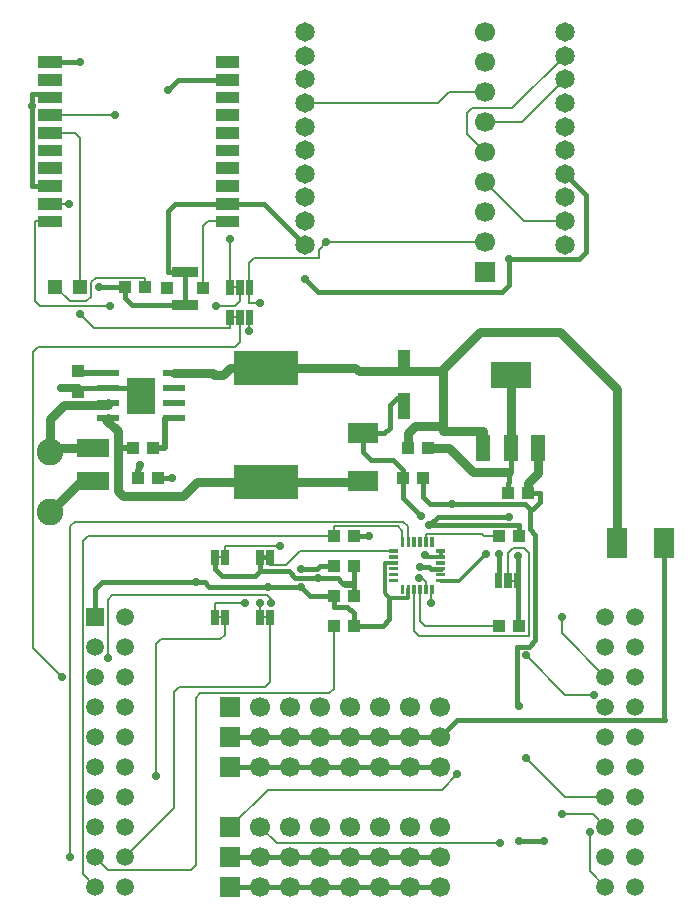
<source format=gbr>
G04 DipTrace 2.4.0.2*
%INTop.gbr*%
%MOIN*%
%ADD13C,0.0118*%
%ADD14C,0.015*%
%ADD15C,0.03*%
%ADD16C,0.008*%
%ADD17C,0.025*%
%ADD18C,0.02*%
%ADD24R,0.0433X0.0394*%
%ADD25R,0.0394X0.0433*%
%ADD26R,0.0394X0.0886*%
%ADD27R,0.1063X0.063*%
%ADD28R,0.0984X0.0669*%
%ADD29R,0.0669X0.0984*%
%ADD30R,0.0669X0.0669*%
%ADD31C,0.0669*%
%ADD32C,0.089*%
%ADD35R,0.2126X0.1142*%
%ADD38R,0.0752X0.024*%
%ADD39R,0.0949X0.122*%
%ADD40R,0.0472X0.0866*%
%ADD41R,0.1339X0.0866*%
%ADD42C,0.065*%
%ADD44R,0.0591X0.0591*%
%ADD45C,0.0591*%
%ADD46C,0.0591*%
%ADD47C,0.028*%
%FSLAX44Y44*%
G04*
G70*
G90*
G75*
G01*
%LNTop*%
%LPD*%
X19452Y15546D2*
D13*
X18565Y14659D1*
X17958D1*
X16875Y14364D2*
Y14067D1*
X16246D1*
X16086Y14227D1*
Y15249D1*
X16383D1*
X6444Y13456D2*
D14*
Y14371D1*
X6670Y14597D1*
X9805D1*
X21189Y19065D2*
D15*
Y18228D1*
X20878Y17917D1*
Y17565D1*
X13285Y15047D2*
D14*
X13827D1*
X13923Y15143D1*
X14383D1*
X15564Y16143D2*
X15052D1*
X21383Y5980D2*
X20556D1*
X20878Y17565D2*
X21250D1*
Y17267D1*
X21020Y17037D1*
X20924D1*
X20764Y17197D1*
X18335D1*
X5940Y31940D2*
X4942D1*
Y31943D1*
X19883Y15546D2*
Y14643D1*
X15052Y13143D2*
X16016D1*
X16246Y13373D1*
Y14067D1*
X14383Y14143D2*
Y13791D1*
X14822D1*
X15052Y13561D1*
Y13143D1*
X13285Y14457D2*
X13599Y14143D1*
X14383D1*
X12200Y14457D2*
X13285D1*
X9805Y14597D2*
X10100D1*
X10240Y14457D1*
X12200D1*
X18335Y17197D2*
X17608D1*
X17378Y17427D1*
Y18065D1*
X20924Y17037D2*
Y16360D1*
X21113Y16170D1*
Y12685D1*
X20883Y12455D1*
X20491D1*
Y10550D1*
X20556Y10485D1*
X9065Y21565D2*
D15*
X10357D1*
X10412Y21510D1*
X12127Y21759D2*
X15108D1*
X15239Y21627D1*
X16728D1*
X17953D1*
X19266Y22940D1*
X21940D1*
X23821Y21059D1*
Y15893D1*
X16878Y19065D2*
Y19583D1*
X17108Y19813D1*
X18044D1*
Y21627D1*
X17953D1*
X16728D2*
D14*
Y21925D1*
X18044Y19813D2*
D15*
Y19653D1*
X19378D1*
Y19065D1*
X10412Y21510D2*
X10698D1*
X10946Y21759D1*
X12127D1*
X19444Y27936D2*
D16*
X20740Y26640D1*
X22105D1*
X5940Y24440D2*
Y29418D1*
X5777Y29581D1*
X4942D1*
X16383Y15643D2*
X13252D1*
X12799Y15190D1*
X12260D1*
Y15440D1*
X17311Y16815D2*
D14*
X16709Y17416D1*
Y18065D1*
X5878Y20958D2*
D17*
Y21065D1*
X5315D1*
X17270Y15109D2*
D14*
X17565D1*
X17622Y15053D1*
X17958D1*
Y15643D2*
D13*
Y15446D1*
X13440Y24705D2*
D14*
X13880Y24265D1*
X19995D1*
X20225Y24495D1*
Y25374D1*
X6556Y24440D2*
X7440D1*
X15052Y14143D2*
Y14495D1*
X14778D1*
X14681Y14592D1*
X15052D1*
Y15143D1*
X14681Y14592D2*
X14521Y14752D1*
X13875D1*
X20552Y16143D2*
Y16495D1*
X17565D1*
X8875Y31023D2*
X9205Y31353D1*
X10847D1*
X8984Y18065D2*
X8548D1*
X20284Y21506D2*
D15*
Y19065D1*
X20523Y15479D2*
D14*
Y14643D1*
X20225Y18277D2*
Y17933D1*
X20209Y17917D1*
Y17565D1*
X13875Y14752D2*
X13097D1*
X12884Y14965D1*
X11940D1*
X11780Y14805D1*
X10670D1*
X10440Y15035D1*
Y15440D1*
X17940Y4440D2*
X16940D1*
X10940Y8440D2*
X11940D1*
X15378Y19565D2*
X16065D1*
X16253Y19753D1*
Y20503D1*
X16502Y20752D1*
X16728D1*
Y20488D1*
X16709Y18065D2*
Y18359D1*
X16378Y18690D1*
X15627D1*
X15378Y18939D1*
Y19565D1*
X6876Y21065D2*
X7503D1*
X7753Y20815D1*
X7971D1*
X5315Y21065D2*
X6876D1*
X17958Y15446D2*
D13*
X17446D1*
Y15518D1*
X20225Y25374D2*
D14*
X22581D1*
X22811Y25604D1*
Y27508D1*
X22105Y28215D1*
X10847Y27219D2*
X12077D1*
X13444Y25852D1*
X9440Y24940D2*
X8852D1*
Y26986D1*
X9085Y27219D1*
X10847D1*
X9440Y23857D2*
Y24940D1*
X7440Y24440D2*
Y24087D1*
X7670Y23857D1*
X9440D1*
X4326Y30464D2*
Y27809D1*
X4942D1*
Y30762D2*
Y30881D1*
X4326D1*
Y30464D1*
X11940Y14965D2*
Y15440D1*
X17565Y16495D2*
X17860Y16790D1*
X20225D1*
Y18277D2*
D15*
X19024D1*
X18236Y19065D1*
X17548D1*
X20284D2*
D14*
Y18336D1*
X20225Y18277D1*
X20523Y14643D2*
Y13143D1*
X20552D1*
X4944Y16936D2*
D15*
X5972Y17963D1*
X6378D1*
X11940Y4440D2*
D14*
X10940D1*
X12940D2*
X11940D1*
X13940D2*
X12940D1*
X14940D2*
X13940D1*
X15940D2*
X14940D1*
X16940D2*
X15940D1*
X16940Y8440D2*
X17940D1*
X15940D2*
X16940D1*
X14940D2*
X15940D1*
X13940D2*
X14940D1*
X12940D2*
X13940D1*
X11940D2*
X12940D1*
X11940Y15440D2*
X12260D1*
X10440D2*
D16*
X10760D1*
X12605Y15810D2*
X10760D1*
Y15440D1*
X17223Y14741D2*
X17326D1*
X17466Y14601D1*
Y14364D1*
X17072D2*
Y12986D1*
X17232Y12826D1*
X20889D1*
Y15579D1*
X20729Y15739D1*
X20363D1*
X20203Y15579D1*
Y14643D1*
X20523D1*
X20809Y8744D2*
X22098Y7456D1*
X23444D1*
X18495Y8197D2*
X17987Y7690D1*
X12190D1*
X10940Y6440D1*
X22925Y6275D2*
Y4975D1*
X23444Y4456D1*
X19934Y5895D2*
X12485D1*
X11940Y6440D1*
X21998Y6861D2*
X23039D1*
X23444Y6456D1*
X17643Y13910D2*
Y14303D1*
X17662Y14322D1*
Y14364D1*
X6855Y12076D2*
Y14010D1*
X7015Y14170D1*
X12160D1*
X12300Y14030D1*
Y13910D1*
X5605Y5440D2*
Y16460D1*
X5765Y16620D1*
X16715D1*
X16875Y16460D1*
Y15938D1*
X6444Y5456D2*
X6875Y5025D1*
X9628D1*
X9788Y5185D1*
Y10735D1*
X9948Y10895D1*
X14223D1*
X14383Y11055D1*
Y13143D1*
X6444Y4456D2*
X6025Y4875D1*
Y15983D1*
X6185Y16143D1*
X14383D1*
Y16460D1*
X16518D1*
X16678Y16300D1*
Y15938D1*
X10040Y24399D2*
Y26465D1*
X10204Y26628D1*
X10847D1*
X12127Y17940D2*
D15*
X9839D1*
X9367Y17468D1*
X7370D1*
X7190Y17648D1*
Y19065D1*
Y19645D1*
X6810Y20025D1*
X6876D1*
Y20065D1*
X15378Y17990D2*
X15312Y17940D1*
X12127D1*
X15378Y17990D2*
D18*
X15362D1*
X15312Y17940D1*
X15378Y17990D1*
X7709Y19065D2*
X7190D1*
X10940Y9440D2*
D14*
X11940D1*
X17940Y5440D2*
X16940D1*
X17940Y9440D2*
X18502Y10002D1*
X25420D1*
X25396Y10027D1*
Y15893D1*
X16940Y9440D2*
X17940D1*
X15940D2*
X16940D1*
X14940D2*
X15940D1*
X13940D2*
X14940D1*
X12940D2*
X13940D1*
X11940D2*
X12940D1*
X11940Y5440D2*
X10940D1*
X12940D2*
X11940D1*
X13940D2*
X12940D1*
X14940D2*
X13940D1*
X15940D2*
X14940D1*
X16940D2*
X15940D1*
X5113Y24440D2*
D16*
X5593Y23960D1*
X6136D1*
X6296Y24120D1*
Y24597D1*
X6456Y24757D1*
X8109D1*
Y24440D1*
X17269Y14364D2*
Y13303D1*
X17429Y13143D1*
X19883D1*
Y16143D2*
X19404D1*
X19331Y16216D1*
X17466D1*
Y15938D1*
X6921Y23800D2*
X4586D1*
X4426Y23960D1*
Y26628D1*
X4942D1*
X5554Y27216D2*
X4942D1*
Y27219D1*
X7104Y30168D2*
X4942D1*
Y30171D1*
X8378Y19065D2*
D18*
X8775D1*
Y20065D1*
X9065D1*
X4944Y18936D2*
D15*
Y19065D1*
X6378D1*
X6876Y20565D2*
Y20499D1*
X5385D1*
X4944Y20059D1*
Y18936D1*
X7940Y18502D2*
D18*
Y18404D1*
X7878Y18342D1*
Y18065D1*
X5878Y21627D2*
X5940D1*
X5878Y21565D1*
X6876D1*
X10467Y23810D2*
D16*
X11100D1*
X11260Y23970D1*
Y24440D1*
X10940D1*
Y26048D2*
Y24440D1*
X7444Y5456D2*
X9077Y7088D1*
Y10941D1*
X9237Y11101D1*
X12100D1*
X12260Y11261D1*
Y13440D1*
X11940Y23910D2*
X11580D1*
Y24440D1*
X11940Y13910D2*
Y13440D1*
X14145Y25940D2*
X19444D1*
Y25936D1*
X11580Y24440D2*
Y25249D1*
X11740Y25409D1*
X13885D1*
Y25680D1*
X14145Y25940D1*
X11940Y13440D2*
X12260D1*
X19444Y28936D2*
X18825Y29555D1*
Y30235D1*
X18985Y30395D1*
X20348D1*
X22105Y32152D1*
X19444Y29936D2*
X20677D1*
X22105Y31364D1*
X19444Y30936D2*
X18231D1*
X17872Y30577D1*
X13444D1*
X22003Y13440D2*
Y12898D1*
X23444Y11456D1*
X23076Y10855D2*
X22091D1*
X20786Y12160D1*
X5345Y11440D2*
X4375Y12410D1*
Y22290D1*
X4535Y22450D1*
X11100D1*
X11260Y22610D1*
Y23440D1*
X10940D1*
X5940Y23540D2*
X6410Y23070D1*
X10940D1*
Y23440D1*
X8468Y8145D2*
Y12535D1*
X8628Y12695D1*
X10600D1*
X10760Y12855D1*
Y13440D1*
X11580Y22970D2*
Y23440D1*
X11430Y13910D2*
X10440D1*
Y13440D1*
X10760D1*
D47*
X19452Y15546D3*
X13285Y15047D3*
X12200Y14457D3*
X15564Y16143D3*
X20556Y5980D3*
X21383D3*
X20556Y10485D3*
X5940Y31940D3*
X9805Y14597D3*
X19883Y15546D3*
X13285Y14457D3*
X18335Y17197D3*
X10412Y21510D3*
X17223Y14741D3*
X12605Y15810D3*
X17270Y15109D3*
X17446Y15518D3*
X17311Y16815D3*
X20225Y16790D3*
X8875Y31023D3*
X8984Y18065D3*
X13875Y14752D3*
X17565Y16495D3*
X13440Y24705D3*
X20225Y25374D3*
X4326Y30464D3*
X6556Y24440D3*
X20225Y18277D3*
X5315Y21065D3*
X20523Y15479D3*
X20809Y8744D3*
X18495Y8197D3*
X22925Y6275D3*
X19934Y5895D3*
X21998Y6861D3*
X17643Y13910D3*
X12300D3*
X6855Y12076D3*
X5605Y5440D3*
X6921Y23800D3*
X5554Y27216D3*
X7104Y30168D3*
X10467Y23810D3*
X5345Y11440D3*
X8468Y8145D3*
X7940Y18502D3*
X10940Y26048D3*
X14145Y25940D3*
X11940Y23910D3*
Y13910D3*
X22003Y13440D3*
X20786Y12160D3*
X23076Y10855D3*
X5940Y23540D3*
X11580Y22970D3*
X11430Y13910D3*
D24*
X19883Y13143D3*
X20552D3*
X19883Y16143D3*
X20552D3*
X14383Y15143D3*
X15052D3*
X14383Y14143D3*
X15052D3*
D26*
X16728Y20488D3*
Y21925D3*
D24*
X8378Y19065D3*
X7709D3*
D25*
X5878Y21628D3*
Y20958D3*
D24*
X7878Y18065D3*
X8548D3*
D27*
X6378Y19065D3*
Y17963D3*
D24*
X16878Y19065D3*
X17548D3*
X17378Y18065D3*
X16709D3*
X20878Y17565D3*
X20209D3*
D28*
X15378Y19565D3*
Y17990D3*
D29*
X23821Y15893D3*
X25396D3*
D30*
X10940Y9440D3*
D31*
X11940D3*
X12940D3*
X13940D3*
X14940D3*
X15940D3*
X16940D3*
X17940D3*
D30*
X10940Y8440D3*
D31*
X11940D3*
X12940D3*
X13940D3*
X14940D3*
X15940D3*
X16940D3*
X17940D3*
D30*
X10940Y10440D3*
D31*
X11940D3*
X12940D3*
X13940D3*
X14940D3*
X15940D3*
X16940D3*
X17940D3*
D30*
X19444Y24936D3*
D31*
Y25936D3*
Y26936D3*
Y27936D3*
Y28936D3*
Y29936D3*
Y30936D3*
Y31936D3*
Y32936D3*
D30*
X10940Y6440D3*
D31*
X11940D3*
X12940D3*
X13940D3*
X14940D3*
X15940D3*
X16940D3*
X17940D3*
D30*
X10940Y4440D3*
D31*
X11940D3*
X12940D3*
X13940D3*
X14940D3*
X15940D3*
X16940D3*
X17940D3*
D30*
X10940Y5440D3*
D31*
X11940D3*
X12940D3*
X13940D3*
X14940D3*
X15940D3*
X16940D3*
X17940D3*
D32*
X4944Y18936D3*
Y16936D3*
D35*
X12127Y17940D3*
Y21759D3*
G36*
X5704Y24676D2*
Y24204D1*
X6176D1*
Y24676D1*
X5704D1*
G37*
G36*
X4877D2*
Y24204D1*
X5349D1*
Y24676D1*
X4877D1*
G37*
D24*
X7440Y24440D3*
X8109D3*
X14383Y16143D3*
X15052D3*
X14383Y13143D3*
X15052D3*
G36*
X11455Y23190D2*
X11705D1*
Y23690D1*
X11455D1*
Y23190D1*
G37*
G36*
X11135D2*
X11385D1*
Y23690D1*
X11135D1*
Y23190D1*
G37*
G36*
X10815D2*
X11065D1*
Y23690D1*
X10815D1*
Y23190D1*
G37*
G36*
X20008Y14893D2*
X19758D1*
Y14393D1*
X20008D1*
Y14893D1*
G37*
G36*
X20328D2*
X20078D1*
Y14393D1*
X20328D1*
Y14893D1*
G37*
G36*
X20648D2*
X20398D1*
Y14393D1*
X20648D1*
Y14893D1*
G37*
G36*
X11455Y24190D2*
X11705D1*
Y24690D1*
X11455D1*
Y24190D1*
G37*
G36*
X11135D2*
X11385D1*
Y24690D1*
X11135D1*
Y24190D1*
G37*
G36*
X10815D2*
X11065D1*
Y24690D1*
X10815D1*
Y24190D1*
G37*
G36*
X12065Y15690D2*
X11815D1*
Y15190D1*
X12065D1*
Y15690D1*
G37*
G36*
X12385D2*
X12135D1*
Y15190D1*
X12385D1*
Y15690D1*
G37*
G36*
X10565D2*
X10315D1*
Y15190D1*
X10565D1*
Y15690D1*
G37*
G36*
X10885D2*
X10635D1*
Y15190D1*
X10885D1*
Y15690D1*
G37*
G36*
X10565Y13690D2*
X10315D1*
Y13190D1*
X10565D1*
Y13690D1*
G37*
G36*
X10885D2*
X10635D1*
Y13190D1*
X10885D1*
Y13690D1*
G37*
G36*
X12065D2*
X11815D1*
Y13190D1*
X12065D1*
Y13690D1*
G37*
G36*
X12385D2*
X12135D1*
Y13190D1*
X12385D1*
Y13690D1*
G37*
G36*
X9873Y25107D2*
X9007D1*
Y24773D1*
X9873D1*
Y25107D1*
G37*
G36*
Y24025D2*
X9007D1*
Y23690D1*
X9873D1*
Y24025D1*
G37*
G36*
X10247Y24596D2*
X9834D1*
Y24202D1*
X10247D1*
Y24596D1*
G37*
G36*
X9046D2*
X8633D1*
Y24202D1*
X9046D1*
Y24596D1*
G37*
G36*
X16225Y15584D2*
X16540D1*
Y15702D1*
X16225D1*
Y15584D1*
G37*
G36*
Y15387D2*
X16540D1*
Y15505D1*
X16225D1*
Y15387D1*
G37*
G36*
Y15190D2*
X16540D1*
Y15308D1*
X16225D1*
Y15190D1*
G37*
G36*
Y14994D2*
X16540D1*
Y15112D1*
X16225D1*
Y14994D1*
G37*
G36*
Y14797D2*
X16540D1*
Y14915D1*
X16225D1*
Y14797D1*
G37*
G36*
Y14600D2*
X16540D1*
Y14718D1*
X16225D1*
Y14600D1*
G37*
G36*
X16619Y14521D2*
Y14206D1*
X16737D1*
Y14521D1*
X16619D1*
G37*
G36*
X16816D2*
Y14206D1*
X16934D1*
Y14521D1*
X16816D1*
G37*
G36*
X17013D2*
Y14206D1*
X17131D1*
Y14521D1*
X17013D1*
G37*
G36*
X17210D2*
Y14206D1*
X17328D1*
Y14521D1*
X17210D1*
G37*
G36*
X17407D2*
Y14206D1*
X17525D1*
Y14521D1*
X17407D1*
G37*
G36*
X17603D2*
Y14206D1*
X17722D1*
Y14521D1*
X17603D1*
G37*
G36*
X18115Y14718D2*
X17800D1*
Y14600D1*
X18115D1*
Y14718D1*
G37*
G36*
Y14915D2*
X17800D1*
Y14797D1*
X18115D1*
Y14915D1*
G37*
G36*
Y15112D2*
X17800D1*
Y14994D1*
X18115D1*
Y15112D1*
G37*
G36*
Y15308D2*
X17800D1*
Y15190D1*
X18115D1*
Y15308D1*
G37*
G36*
Y15505D2*
X17800D1*
Y15387D1*
X18115D1*
Y15505D1*
G37*
G36*
Y15702D2*
X17800D1*
Y15584D1*
X18115D1*
Y15702D1*
G37*
G36*
X17722Y15781D2*
Y16096D1*
X17603D1*
Y15781D1*
X17722D1*
G37*
G36*
X17525D2*
Y16096D1*
X17407D1*
Y15781D1*
X17525D1*
G37*
G36*
X17328D2*
Y16096D1*
X17210D1*
Y15781D1*
X17328D1*
G37*
G36*
X17131D2*
Y16096D1*
X17013D1*
Y15781D1*
X17131D1*
G37*
G36*
X16934D2*
Y16096D1*
X16816D1*
Y15781D1*
X16934D1*
G37*
G36*
X16737D2*
Y16096D1*
X16619D1*
Y15781D1*
X16737D1*
G37*
G36*
X5335Y32140D2*
X4548D1*
Y31746D1*
X5335D1*
Y32140D1*
G37*
G36*
Y31549D2*
X4548D1*
Y31156D1*
X5335D1*
Y31549D1*
G37*
G36*
Y30959D2*
X4548D1*
Y30565D1*
X5335D1*
Y30959D1*
G37*
G36*
Y30368D2*
X4548D1*
Y29975D1*
X5335D1*
Y30368D1*
G37*
G36*
Y29778D2*
X4548D1*
Y29384D1*
X5335D1*
Y29778D1*
G37*
G36*
Y29187D2*
X4548D1*
Y28794D1*
X5335D1*
Y29187D1*
G37*
G36*
Y28597D2*
X4548D1*
Y28203D1*
X5335D1*
Y28597D1*
G37*
G36*
Y28006D2*
X4548D1*
Y27612D1*
X5335D1*
Y28006D1*
G37*
G36*
Y27416D2*
X4548D1*
Y27022D1*
X5335D1*
Y27416D1*
G37*
G36*
Y26825D2*
X4548D1*
Y26431D1*
X5335D1*
Y26825D1*
G37*
G36*
X10453Y26431D2*
X11241D1*
Y26825D1*
X10453D1*
Y26431D1*
G37*
G36*
Y27022D2*
X11241D1*
Y27416D1*
X10453D1*
Y27022D1*
G37*
G36*
Y27612D2*
X11241D1*
Y28006D1*
X10453D1*
Y27612D1*
G37*
G36*
Y28203D2*
X11241D1*
Y28597D1*
X10453D1*
Y28203D1*
G37*
G36*
Y28794D2*
X11241D1*
Y29187D1*
X10453D1*
Y28794D1*
G37*
G36*
Y29384D2*
X11241D1*
Y29778D1*
X10453D1*
Y29384D1*
G37*
G36*
Y29975D2*
X11241D1*
Y30368D1*
X10453D1*
Y29975D1*
G37*
G36*
Y30565D2*
X11241D1*
Y30959D1*
X10453D1*
Y30565D1*
G37*
G36*
Y31156D2*
X11241D1*
Y31549D1*
X10453D1*
Y31156D1*
G37*
G36*
Y31746D2*
X11241D1*
Y32140D1*
X10453D1*
Y31746D1*
G37*
D38*
X9065Y20065D3*
Y20565D3*
Y21065D3*
Y21565D3*
X6876D3*
Y21065D3*
Y20565D3*
Y20065D3*
D39*
X7971Y20815D3*
D40*
X19378Y19065D3*
X20284D3*
X21189D3*
D41*
X20284Y21506D3*
D42*
X13444Y32939D3*
Y32152D3*
Y31364D3*
Y30577D3*
Y29789D3*
Y29002D3*
Y28215D3*
Y27427D3*
Y26640D3*
Y25852D3*
X22105D3*
Y26640D3*
Y27427D3*
Y28215D3*
Y29002D3*
Y29789D3*
Y30577D3*
Y31364D3*
Y32152D3*
Y32939D3*
D44*
X6444Y13456D3*
D45*
Y12456D3*
Y11456D3*
Y10456D3*
Y9456D3*
Y8456D3*
Y7456D3*
Y6456D3*
Y5456D3*
Y4456D3*
D46*
X7444Y13456D3*
D45*
Y12456D3*
X24444Y4456D3*
Y5456D3*
Y6456D3*
Y7456D3*
Y8456D3*
Y9456D3*
Y10456D3*
Y11456D3*
Y12456D3*
Y13456D3*
X7444Y11456D3*
Y10456D3*
Y9456D3*
Y8456D3*
Y7456D3*
Y6456D3*
Y5456D3*
Y4456D3*
X23444D3*
Y5456D3*
Y6456D3*
Y7456D3*
Y8456D3*
Y9456D3*
Y10456D3*
Y11456D3*
Y12456D3*
Y13456D3*
M02*

</source>
